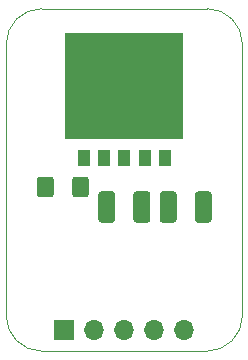
<source format=gbr>
G04 #@! TF.GenerationSoftware,KiCad,Pcbnew,5.1.6-c6e7f7d~86~ubuntu20.04.1*
G04 #@! TF.CreationDate,2020-05-17T01:00:28+03:00*
G04 #@! TF.ProjectId,EV-BA33Dxx,45562d42-4133-4334-9478-782e6b696361,v1.0*
G04 #@! TF.SameCoordinates,Original*
G04 #@! TF.FileFunction,Soldermask,Top*
G04 #@! TF.FilePolarity,Negative*
%FSLAX46Y46*%
G04 Gerber Fmt 4.6, Leading zero omitted, Abs format (unit mm)*
G04 Created by KiCad (PCBNEW 5.1.6-c6e7f7d~86~ubuntu20.04.1) date 2020-05-17 01:00:28*
%MOMM*%
%LPD*%
G01*
G04 APERTURE LIST*
G04 #@! TA.AperFunction,Profile*
%ADD10C,0.050000*%
G04 #@! TD*
%ADD11R,1.070000X1.370000*%
%ADD12R,10.000000X9.000000*%
%ADD13O,1.700000X1.700000*%
%ADD14R,1.700000X1.700000*%
G04 APERTURE END LIST*
D10*
X53000000Y-79000000D02*
G75*
G02*
X50000000Y-76000000I0J3000000D01*
G01*
X50000000Y-53000000D02*
G75*
G02*
X53000000Y-50000000I3000000J0D01*
G01*
X67000000Y-50000000D02*
G75*
G02*
X70000000Y-53000000I0J-3000000D01*
G01*
X70000000Y-76000000D02*
G75*
G02*
X67000000Y-79000000I-3000000J0D01*
G01*
X50000000Y-76000000D02*
X50000000Y-53000000D01*
X67000000Y-79000000D02*
X53000000Y-79000000D01*
X70000000Y-53000000D02*
X70000000Y-76000000D01*
X53000000Y-50000000D02*
X67000000Y-50000000D01*
D11*
X56560000Y-62670000D03*
X58280000Y-62670000D03*
X60000000Y-62670000D03*
D12*
X60000000Y-56545000D03*
D11*
X61720000Y-62670000D03*
X63440000Y-62670000D03*
D13*
X65060000Y-77200000D03*
X62520000Y-77200000D03*
X59980000Y-77200000D03*
X57440000Y-77200000D03*
D14*
X54900000Y-77200000D03*
G36*
G01*
X59225000Y-65725000D02*
X59225000Y-67875000D01*
G75*
G02*
X58975000Y-68125000I-250000J0D01*
G01*
X58050000Y-68125000D01*
G75*
G02*
X57800000Y-67875000I0J250000D01*
G01*
X57800000Y-65725000D01*
G75*
G02*
X58050000Y-65475000I250000J0D01*
G01*
X58975000Y-65475000D01*
G75*
G02*
X59225000Y-65725000I0J-250000D01*
G01*
G37*
G36*
G01*
X62200000Y-65725000D02*
X62200000Y-67875000D01*
G75*
G02*
X61950000Y-68125000I-250000J0D01*
G01*
X61025000Y-68125000D01*
G75*
G02*
X60775000Y-67875000I0J250000D01*
G01*
X60775000Y-65725000D01*
G75*
G02*
X61025000Y-65475000I250000J0D01*
G01*
X61950000Y-65475000D01*
G75*
G02*
X62200000Y-65725000I0J-250000D01*
G01*
G37*
G36*
G01*
X65975000Y-67875000D02*
X65975000Y-65725000D01*
G75*
G02*
X66225000Y-65475000I250000J0D01*
G01*
X67150000Y-65475000D01*
G75*
G02*
X67400000Y-65725000I0J-250000D01*
G01*
X67400000Y-67875000D01*
G75*
G02*
X67150000Y-68125000I-250000J0D01*
G01*
X66225000Y-68125000D01*
G75*
G02*
X65975000Y-67875000I0J250000D01*
G01*
G37*
G36*
G01*
X63000000Y-67875000D02*
X63000000Y-65725000D01*
G75*
G02*
X63250000Y-65475000I250000J0D01*
G01*
X64175000Y-65475000D01*
G75*
G02*
X64425000Y-65725000I0J-250000D01*
G01*
X64425000Y-67875000D01*
G75*
G02*
X64175000Y-68125000I-250000J0D01*
G01*
X63250000Y-68125000D01*
G75*
G02*
X63000000Y-67875000I0J250000D01*
G01*
G37*
G36*
G01*
X54025000Y-64475000D02*
X54025000Y-65725000D01*
G75*
G02*
X53775000Y-65975000I-250000J0D01*
G01*
X52850000Y-65975000D01*
G75*
G02*
X52600000Y-65725000I0J250000D01*
G01*
X52600000Y-64475000D01*
G75*
G02*
X52850000Y-64225000I250000J0D01*
G01*
X53775000Y-64225000D01*
G75*
G02*
X54025000Y-64475000I0J-250000D01*
G01*
G37*
G36*
G01*
X57000000Y-64475000D02*
X57000000Y-65725000D01*
G75*
G02*
X56750000Y-65975000I-250000J0D01*
G01*
X55825000Y-65975000D01*
G75*
G02*
X55575000Y-65725000I0J250000D01*
G01*
X55575000Y-64475000D01*
G75*
G02*
X55825000Y-64225000I250000J0D01*
G01*
X56750000Y-64225000D01*
G75*
G02*
X57000000Y-64475000I0J-250000D01*
G01*
G37*
M02*

</source>
